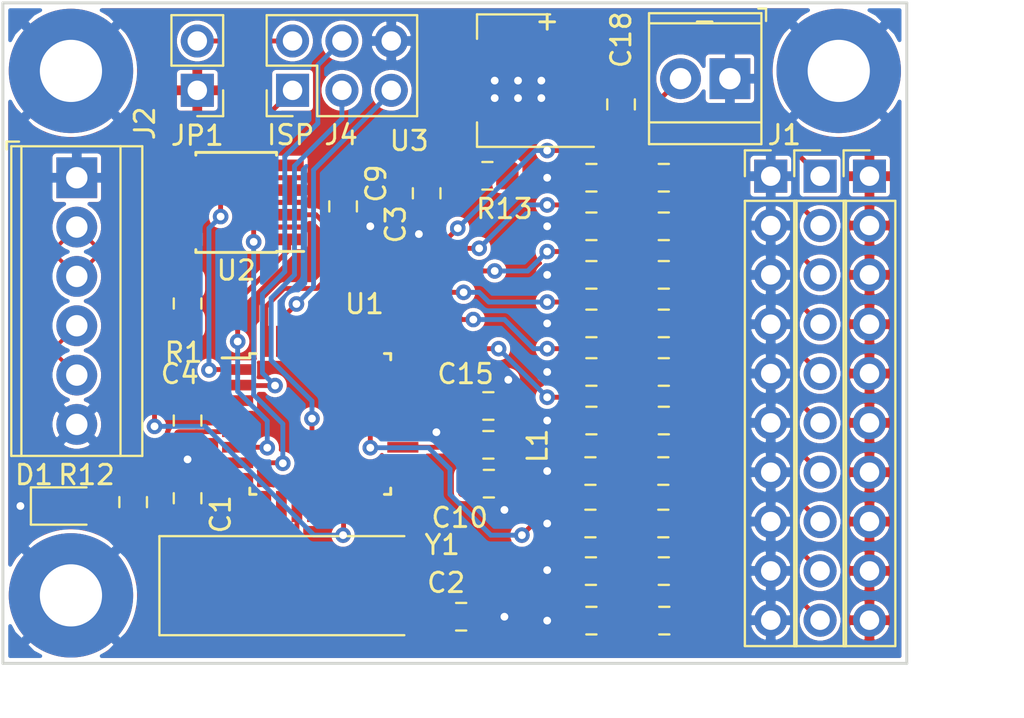
<source format=kicad_pcb>
(kicad_pcb (version 20171130) (host pcbnew 5.1.6+dfsg1-1)
  (layers (0 F.Cu signal) (31 B.Cu signal) (34 B.Paste user) (35 F.Paste user) (36 B.SilkS user) (37 F.SilkS user) (38 B.Mask user) (39 F.Mask user) (44 Edge.Cuts user))
  (net 0 "")
  (net 1 "Net-(C1-Pad1)")
  (net 2 GND)
  (net 3 "Net-(C2-Pad2)")
  (net 4 VCC)
  (net 5 /ADC8)
  (net 6 /ADC9)
  (net 7 /ADC10)
  (net 8 /ADC5)
  (net 9 VAA)
  (net 10 /PCINT15)
  (net 11 /PCINT5)
  (net 12 /PCINT6)
  (net 13 /PCINT16)
  (net 14 /AREF)
  (net 15 /PCINT8)
  (net 16 /PCINT17)
  (net 17 /CAN_N)
  (net 18 /CAN_P)
  (net 19 /ISP_MISO)
  (net 20 "Net-(J4-Pad2)")
  (net 21 /ISP_SCK)
  (net 22 /ISP_MOSI)
  (net 23 /~ISP_RESET)
  (net 24 /AIN0)
  (net 25 /AIN1)
  (net 26 /AIN2)
  (net 27 /AIN3)
  (net 28 /DIN0)
  (net 29 /DIN1)
  (net 30 /DIN2)
  (net 31 /DIN3)
  (net 32 /DIN4)
  (net 33 /DIN5)
  (net 34 /CAN_HISPEED)
  (net 35 "Net-(R1-Pad1)")
  (net 36 /CAN_TXD)
  (net 37 /CAN_RXD)
  (net 38 "Net-(D1-Pad2)")
  (net 39 "Net-(C18-Pad1)")
  (module Capacitor_SMD:C_0805_2012Metric_Pad1.15x1.40mm_HandSolder (layer F.Cu) (at 154.8 67.225 90)
    (fp_text reference C18 (at 3.325 0 90) (layer F.SilkS))
    (fp_text value 100n)
    (pad 2 smd roundrect (at 1.025 0 90) (size 1.15 1.4) (layers F.Cu F.Paste F.Mask) (roundrect_rratio 0.217391) (net 2 GND))
    (pad 1 smd roundrect (at -1.025 0 90) (size 1.15 1.4) (layers F.Cu F.Paste F.Mask) (roundrect_rratio 0.217391) (net 39 "Net-(C18-Pad1)"))
  )
  (module Capacitor_SMD:C_0805_2012Metric_Pad1.15x1.40mm_HandSolder (layer F.Cu) (at 144.8 71.8 270)
    (fp_text reference C3 (at 1.6 1.6 90) (layer F.SilkS))
    (fp_text value 10u)
    (pad 2 smd roundrect (at 1.025 0 270) (size 1.15 1.4) (layers F.Cu F.Paste F.Mask) (roundrect_rratio 0.217391) (net 2 GND))
    (pad 1 smd roundrect (at -1.025 0 270) (size 1.15 1.4) (layers F.Cu F.Paste F.Mask) (roundrect_rratio 0.217391) (net 4 VCC))
  )
  (module Package_TO_SOT_SMD:SOT-223-3_TabPin2 (layer F.Cu) (at 149.3 66 180)
    (fp_text reference U3 (at 5.4 -3.1) (layer F.SilkS))
    (fp_text value LM2937xMP)
    (pad 1 smd rect (at -3.15 -2.3 180) (size 2 1.5) (layers F.Cu F.Paste F.Mask) (net 39 "Net-(C18-Pad1)"))
    (pad 3 smd rect (at -3.15 2.3 180) (size 2 1.5) (layers F.Cu F.Paste F.Mask) (net 4 VCC))
    (pad 2 smd rect (at -3.15 0 180) (size 2 1.5) (layers F.Cu F.Paste F.Mask) (net 2 GND))
    (pad 2 smd rect (at 3.15 0 180) (size 2 3.8) (layers F.Cu F.Paste F.Mask) (net 2 GND))
  )
  (module Resistor_SMD:R_0805_2012Metric_Pad1.15x1.40mm_HandSolder (layer F.Cu) (at 147.925 70.9)
    (fp_text reference R13 (at 0.875 1.7) (layer F.SilkS))
    (fp_text value DNP/0)
    (pad 2 smd roundrect (at 1.025 0) (size 1.15 1.4) (layers F.Cu F.Paste F.Mask) (roundrect_rratio 0.217391) (net 39 "Net-(C18-Pad1)"))
    (pad 1 smd roundrect (at -1.025 0) (size 1.15 1.4) (layers F.Cu F.Paste F.Mask) (roundrect_rratio 0.217391) (net 4 VCC))
  )
  (module TerminalBlock_TE-Connectivity:TerminalBlock_TE_282834-6_1x06_P2.54mm_Horizontal (layer F.Cu) (at 126.8 71 270)
    (fp_text reference J2 (at -2.8 -3.5 90) (layer F.SilkS))
    (fp_text value CAN)
    (pad 6 thru_hole circle (at 12.7 0 270) (size 2.1 2.1) (drill 1.1) (layers *.Cu *.Mask) (net 2 GND))
    (pad 5 thru_hole circle (at 10.16 0 270) (size 2.1 2.1) (drill 1.1) (layers *.Cu *.Mask) (net 17 /CAN_N))
    (pad 4 thru_hole circle (at 7.62 0 270) (size 2.1 2.1) (drill 1.1) (layers *.Cu *.Mask) (net 18 /CAN_P))
    (pad 3 thru_hole circle (at 5.08 0 270) (size 2.1 2.1) (drill 1.1) (layers *.Cu *.Mask) (net 18 /CAN_P))
    (pad 2 thru_hole circle (at 2.54 0 270) (size 2.1 2.1) (drill 1.1) (layers *.Cu *.Mask) (net 17 /CAN_N))
    (pad 1 thru_hole rect (at 0 0 270) (size 2.1 2.1) (drill 1.1) (layers *.Cu *.Mask) (net 2 GND))
  )
  (module Capacitor_SMD:C_0805_2012Metric_Pad1.15x1.40mm_HandSolder (layer F.Cu) (at 132.5 87.5 90)
    (fp_text reference C1 (at -0.825 1.7 90) (layer F.SilkS))
    (fp_text value 22p)
    (pad 1 smd roundrect (at -1.025 0 90) (size 1.15 1.4) (layers F.Cu F.Paste F.Mask) (roundrect_rratio 0.217391) (net 1 "Net-(C1-Pad1)"))
    (pad 2 smd roundrect (at 1.025 0 90) (size 1.15 1.4) (layers F.Cu F.Paste F.Mask) (roundrect_rratio 0.217391) (net 2 GND))
  )
  (module Capacitor_SMD:C_0805_2012Metric_Pad1.15x1.40mm_HandSolder (layer F.Cu) (at 146.575 93.6 180)
    (fp_text reference C2 (at 0.775 1.75 180) (layer F.SilkS))
    (fp_text value 22p)
    (pad 1 smd roundrect (at -1.025 0 180) (size 1.15 1.4) (layers F.Cu F.Paste F.Mask) (roundrect_rratio 0.217391) (net 2 GND))
    (pad 2 smd roundrect (at 1.025 0 180) (size 1.15 1.4) (layers F.Cu F.Paste F.Mask) (roundrect_rratio 0.217391) (net 3 "Net-(C2-Pad2)"))
  )
  (module Capacitor_SMD:C_0805_2012Metric_Pad1.15x1.40mm_HandSolder (layer F.Cu) (at 132.5 83.5 270)
    (fp_text reference C4 (at -2.4 0.4) (layer F.SilkS))
    (fp_text value 100n)
    (pad 1 smd roundrect (at -1.025 0 270) (size 1.15 1.4) (layers F.Cu F.Paste F.Mask) (roundrect_rratio 0.217391) (net 4 VCC))
    (pad 2 smd roundrect (at 1.025 0 270) (size 1.15 1.4) (layers F.Cu F.Paste F.Mask) (roundrect_rratio 0.217391) (net 2 GND))
  )
  (module Capacitor_SMD:C_0805_2012Metric_Pad1.15x1.40mm_HandSolder (layer F.Cu) (at 153.225 86.1 180)
    (fp_text reference C5 hide)
    (fp_text value 10n)
    (pad 1 smd roundrect (at -1.025 0 180) (size 1.15 1.4) (layers F.Cu F.Paste F.Mask) (roundrect_rratio 0.217391) (net 7 /ADC10))
    (pad 2 smd roundrect (at 1.025 0 180) (size 1.15 1.4) (layers F.Cu F.Paste F.Mask) (roundrect_rratio 0.217391) (net 2 GND))
  )
  (module Capacitor_SMD:C_0805_2012Metric_Pad1.15x1.40mm_HandSolder (layer F.Cu) (at 153.225 88.8 180)
    (fp_text reference C6 hide)
    (fp_text value 10n)
    (pad 1 smd roundrect (at -1.025 0 180) (size 1.15 1.4) (layers F.Cu F.Paste F.Mask) (roundrect_rratio 0.217391) (net 6 /ADC9))
    (pad 2 smd roundrect (at 1.025 0 180) (size 1.15 1.4) (layers F.Cu F.Paste F.Mask) (roundrect_rratio 0.217391) (net 2 GND))
  )
  (module Capacitor_SMD:C_0805_2012Metric_Pad1.15x1.40mm_HandSolder (layer F.Cu) (at 153.25 91.25 180)
    (fp_text reference C7 hide)
    (fp_text value 10n)
    (pad 1 smd roundrect (at -1.025 0 180) (size 1.15 1.4) (layers F.Cu F.Paste F.Mask) (roundrect_rratio 0.217391) (net 5 /ADC8))
    (pad 2 smd roundrect (at 1.025 0 180) (size 1.15 1.4) (layers F.Cu F.Paste F.Mask) (roundrect_rratio 0.217391) (net 2 GND))
  )
  (module Capacitor_SMD:C_0805_2012Metric_Pad1.15x1.40mm_HandSolder (layer F.Cu) (at 153.275 93.8 180)
    (fp_text reference C8 hide)
    (fp_text value 10n)
    (pad 2 smd roundrect (at 1.025 0 180) (size 1.15 1.4) (layers F.Cu F.Paste F.Mask) (roundrect_rratio 0.217391) (net 2 GND))
    (pad 1 smd roundrect (at -1.025 0 180) (size 1.15 1.4) (layers F.Cu F.Paste F.Mask) (roundrect_rratio 0.217391) (net 8 /ADC5))
  )
  (module Capacitor_SMD:C_0805_2012Metric_Pad1.15x1.40mm_HandSolder (layer F.Cu) (at 140.5 72.475 270)
    (fp_text reference C9 (at -1.175 -1.7 90) (layer F.SilkS))
    (fp_text value 100n)
    (pad 2 smd roundrect (at 1.025 0 270) (size 1.15 1.4) (layers F.Cu F.Paste F.Mask) (roundrect_rratio 0.217391) (net 2 GND))
    (pad 1 smd roundrect (at -1.025 0 270) (size 1.15 1.4) (layers F.Cu F.Paste F.Mask) (roundrect_rratio 0.217391) (net 4 VCC))
  )
  (module Capacitor_SMD:C_0805_2012Metric_Pad1.15x1.40mm_HandSolder (layer F.Cu) (at 148 86.75)
    (fp_text reference C10 (at -1.5 1.75) (layer F.SilkS))
    (fp_text value 100n)
    (pad 1 smd roundrect (at -1.025 0) (size 1.15 1.4) (layers F.Cu F.Paste F.Mask) (roundrect_rratio 0.217391) (net 9 VAA))
    (pad 2 smd roundrect (at 1.025 0) (size 1.15 1.4) (layers F.Cu F.Paste F.Mask) (roundrect_rratio 0.217391) (net 2 GND))
  )
  (module Capacitor_SMD:C_0805_2012Metric_Pad1.15x1.40mm_HandSolder (layer F.Cu) (at 153.275 71 180)
    (fp_text reference C11 hide)
    (fp_text value 10n)
    (pad 2 smd roundrect (at 1.025 0 180) (size 1.15 1.4) (layers F.Cu F.Paste F.Mask) (roundrect_rratio 0.217391) (net 2 GND))
    (pad 1 smd roundrect (at -1.025 0 180) (size 1.15 1.4) (layers F.Cu F.Paste F.Mask) (roundrect_rratio 0.217391) (net 16 /PCINT17))
  )
  (module Capacitor_SMD:C_0805_2012Metric_Pad1.15x1.40mm_HandSolder (layer F.Cu) (at 153.275 73.5 180)
    (fp_text reference C12 hide)
    (fp_text value 10n)
    (pad 2 smd roundrect (at 1.025 0 180) (size 1.15 1.4) (layers F.Cu F.Paste F.Mask) (roundrect_rratio 0.217391) (net 2 GND))
    (pad 1 smd roundrect (at -1.025 0 180) (size 1.15 1.4) (layers F.Cu F.Paste F.Mask) (roundrect_rratio 0.217391) (net 15 /PCINT8))
  )
  (module Capacitor_SMD:C_0805_2012Metric_Pad1.15x1.40mm_HandSolder (layer F.Cu) (at 153.275 76 180)
    (fp_text reference C13 hide)
    (fp_text value 10n)
    (pad 2 smd roundrect (at 1.025 0 180) (size 1.15 1.4) (layers F.Cu F.Paste F.Mask) (roundrect_rratio 0.217391) (net 2 GND))
    (pad 1 smd roundrect (at -1.025 0 180) (size 1.15 1.4) (layers F.Cu F.Paste F.Mask) (roundrect_rratio 0.217391) (net 13 /PCINT16))
  )
  (module Capacitor_SMD:C_0805_2012Metric_Pad1.15x1.40mm_HandSolder (layer F.Cu) (at 153.275 78.5 180)
    (fp_text reference C14 hide)
    (fp_text value 10n)
    (pad 2 smd roundrect (at 1.025 0 180) (size 1.15 1.4) (layers F.Cu F.Paste F.Mask) (roundrect_rratio 0.217391) (net 2 GND))
    (pad 1 smd roundrect (at -1.025 0 180) (size 1.15 1.4) (layers F.Cu F.Paste F.Mask) (roundrect_rratio 0.217391) (net 12 /PCINT6))
  )
  (module Capacitor_SMD:C_0805_2012Metric_Pad1.15x1.40mm_HandSolder (layer F.Cu) (at 147.975 82.75)
    (fp_text reference C15 (at -1.175 -1.65) (layer F.SilkS))
    (fp_text value 100n/0R)
    (pad 1 smd roundrect (at -1.025 0) (size 1.15 1.4) (layers F.Cu F.Paste F.Mask) (roundrect_rratio 0.217391) (net 14 /AREF))
    (pad 2 smd roundrect (at 1.025 0) (size 1.15 1.4) (layers F.Cu F.Paste F.Mask) (roundrect_rratio 0.217391) (net 2 GND))
  )
  (module Capacitor_SMD:C_0805_2012Metric_Pad1.15x1.40mm_HandSolder (layer F.Cu) (at 153.275 81 180)
    (fp_text reference C16 hide)
    (fp_text value 10n)
    (pad 2 smd roundrect (at 1.025 0 180) (size 1.15 1.4) (layers F.Cu F.Paste F.Mask) (roundrect_rratio 0.217391) (net 2 GND))
    (pad 1 smd roundrect (at -1.025 0 180) (size 1.15 1.4) (layers F.Cu F.Paste F.Mask) (roundrect_rratio 0.217391) (net 11 /PCINT5))
  )
  (module Capacitor_SMD:C_0805_2012Metric_Pad1.15x1.40mm_HandSolder (layer F.Cu) (at 153.275 83.5 180)
    (fp_text reference C17 hide)
    (fp_text value 10n)
    (pad 2 smd roundrect (at 1.025 0 180) (size 1.15 1.4) (layers F.Cu F.Paste F.Mask) (roundrect_rratio 0.217391) (net 2 GND))
    (pad 1 smd roundrect (at -1.025 0 180) (size 1.15 1.4) (layers F.Cu F.Paste F.Mask) (roundrect_rratio 0.217391) (net 10 /PCINT15))
  )
  (module TerminalBlock_TE-Connectivity:TerminalBlock_TE_282834-2_1x02_P2.54mm_Horizontal (layer F.Cu) (at 160.4 65.9 180)
    (fp_text reference J1 (at -2.8 -2.9 180) (layer F.SilkS))
    (fp_text value 12V)
    (pad 1 thru_hole rect (at 0 0 180) (size 2.1 2.1) (drill 1.1) (layers *.Cu *.Mask) (net 2 GND))
    (pad 2 thru_hole circle (at 2.54 0 180) (size 2.1 2.1) (drill 1.1) (layers *.Cu *.Mask) (net 39 "Net-(C18-Pad1)"))
  )
  (module Connector_PinHeader_2.54mm:PinHeader_2x03_P2.54mm_Vertical (layer F.Cu) (at 137.9 66.5 90)
    (fp_text reference J4 (at -2.3 2.5 180) (layer F.SilkS))
    (fp_text value AVR-ISP-6)
    (pad 1 thru_hole rect (at 0 0 90) (size 1.7 1.7) (drill 1) (layers *.Cu *.Mask) (net 19 /ISP_MISO))
    (pad 2 thru_hole oval (at 2.54 0 90) (size 1.7 1.7) (drill 1) (layers *.Cu *.Mask) (net 20 "Net-(J4-Pad2)"))
    (pad 3 thru_hole oval (at 0 2.54 90) (size 1.7 1.7) (drill 1) (layers *.Cu *.Mask) (net 21 /ISP_SCK))
    (pad 4 thru_hole oval (at 2.54 2.54 90) (size 1.7 1.7) (drill 1) (layers *.Cu *.Mask) (net 22 /ISP_MOSI))
    (pad 5 thru_hole oval (at 0 5.08 90) (size 1.7 1.7) (drill 1) (layers *.Cu *.Mask) (net 23 /~ISP_RESET))
    (pad 6 thru_hole oval (at 2.54 5.08 90) (size 1.7 1.7) (drill 1) (layers *.Cu *.Mask) (net 2 GND))
  )
  (module Connector_PinHeader_2.54mm:PinHeader_1x02_P2.54mm_Vertical (layer F.Cu) (at 133 66.5 180)
    (fp_text reference JP1 (at 0 -2.33 180) (layer F.SilkS))
    (fp_text value "ISP POWER")
    (pad 1 thru_hole rect (at 0 0 180) (size 1.7 1.7) (drill 1) (layers *.Cu *.Mask) (net 4 VCC))
    (pad 2 thru_hole oval (at 0 2.54 180) (size 1.7 1.7) (drill 1) (layers *.Cu *.Mask) (net 20 "Net-(J4-Pad2)"))
  )
  (module Inductor_SMD:L_0805_2012Metric_Pad1.15x1.40mm_HandSolder (layer F.Cu) (at 147.975 84.75 180)
    (fp_text reference L1 (at -2.525 -0.05 270) (layer F.SilkS))
    (fp_text value 10u)
    (pad 1 smd roundrect (at -1.025 0 180) (size 1.15 1.4) (layers F.Cu F.Paste F.Mask) (roundrect_rratio 0.217391) (net 4 VCC))
    (pad 2 smd roundrect (at 1.025 0 180) (size 1.15 1.4) (layers F.Cu F.Paste F.Mask) (roundrect_rratio 0.217391) (net 9 VAA))
  )
  (module Resistor_SMD:R_0805_2012Metric_Pad1.15x1.40mm_HandSolder (layer F.Cu) (at 132.5 77.475 270)
    (fp_text reference R1 (at 2.525 0.2) (layer F.SilkS))
    (fp_text value 0)
    (pad 2 smd roundrect (at 1.025 0 270) (size 1.15 1.4) (layers F.Cu F.Paste F.Mask) (roundrect_rratio 0.217391) (net 34 /CAN_HISPEED))
    (pad 1 smd roundrect (at -1.025 0 270) (size 1.15 1.4) (layers F.Cu F.Paste F.Mask) (roundrect_rratio 0.217391) (net 35 "Net-(R1-Pad1)"))
  )
  (module Resistor_SMD:R_0805_2012Metric_Pad1.15x1.40mm_HandSolder (layer F.Cu) (at 156.975 86.1 180)
    (fp_text reference R2 hide)
    (fp_text value 0)
    (pad 2 smd roundrect (at 1.025 0 180) (size 1.15 1.4) (layers F.Cu F.Paste F.Mask) (roundrect_rratio 0.217391) (net 7 /ADC10))
    (pad 1 smd roundrect (at -1.025 0 180) (size 1.15 1.4) (layers F.Cu F.Paste F.Mask) (roundrect_rratio 0.217391) (net 24 /AIN0))
  )
  (module Resistor_SMD:R_0805_2012Metric_Pad1.15x1.40mm_HandSolder (layer F.Cu) (at 156.975 88.8 180)
    (fp_text reference R3 hide)
    (fp_text value 0)
    (pad 2 smd roundrect (at 1.025 0 180) (size 1.15 1.4) (layers F.Cu F.Paste F.Mask) (roundrect_rratio 0.217391) (net 6 /ADC9))
    (pad 1 smd roundrect (at -1.025 0 180) (size 1.15 1.4) (layers F.Cu F.Paste F.Mask) (roundrect_rratio 0.217391) (net 25 /AIN1))
  )
  (module Resistor_SMD:R_0805_2012Metric_Pad1.15x1.40mm_HandSolder (layer F.Cu) (at 157 91.25 180)
    (fp_text reference R4 hide)
    (fp_text value 0)
    (pad 1 smd roundrect (at -1.025 0 180) (size 1.15 1.4) (layers F.Cu F.Paste F.Mask) (roundrect_rratio 0.217391) (net 26 /AIN2))
    (pad 2 smd roundrect (at 1.025 0 180) (size 1.15 1.4) (layers F.Cu F.Paste F.Mask) (roundrect_rratio 0.217391) (net 5 /ADC8))
  )
  (module Resistor_SMD:R_0805_2012Metric_Pad1.15x1.40mm_HandSolder (layer F.Cu) (at 157.025 93.8 180)
    (fp_text reference R5 hide)
    (fp_text value 0)
    (pad 1 smd roundrect (at -1.025 0 180) (size 1.15 1.4) (layers F.Cu F.Paste F.Mask) (roundrect_rratio 0.217391) (net 27 /AIN3))
    (pad 2 smd roundrect (at 1.025 0 180) (size 1.15 1.4) (layers F.Cu F.Paste F.Mask) (roundrect_rratio 0.217391) (net 8 /ADC5))
  )
  (module Resistor_SMD:R_0805_2012Metric_Pad1.15x1.40mm_HandSolder (layer F.Cu) (at 157 71 180)
    (fp_text reference R6 hide)
    (fp_text value 0)
    (pad 1 smd roundrect (at -1.025 0 180) (size 1.15 1.4) (layers F.Cu F.Paste F.Mask) (roundrect_rratio 0.217391) (net 28 /DIN0))
    (pad 2 smd roundrect (at 1.025 0 180) (size 1.15 1.4) (layers F.Cu F.Paste F.Mask) (roundrect_rratio 0.217391) (net 16 /PCINT17))
  )
  (module Resistor_SMD:R_0805_2012Metric_Pad1.15x1.40mm_HandSolder (layer F.Cu) (at 157 73.5 180)
    (fp_text reference R7 hide)
    (fp_text value 0)
    (pad 1 smd roundrect (at -1.025 0 180) (size 1.15 1.4) (layers F.Cu F.Paste F.Mask) (roundrect_rratio 0.217391) (net 29 /DIN1))
    (pad 2 smd roundrect (at 1.025 0 180) (size 1.15 1.4) (layers F.Cu F.Paste F.Mask) (roundrect_rratio 0.217391) (net 15 /PCINT8))
  )
  (module Resistor_SMD:R_0805_2012Metric_Pad1.15x1.40mm_HandSolder (layer F.Cu) (at 157 76 180)
    (fp_text reference R8 hide)
    (fp_text value 0)
    (pad 1 smd roundrect (at -1.025 0 180) (size 1.15 1.4) (layers F.Cu F.Paste F.Mask) (roundrect_rratio 0.217391) (net 30 /DIN2))
    (pad 2 smd roundrect (at 1.025 0 180) (size 1.15 1.4) (layers F.Cu F.Paste F.Mask) (roundrect_rratio 0.217391) (net 13 /PCINT16))
  )
  (module Resistor_SMD:R_0805_2012Metric_Pad1.15x1.40mm_HandSolder (layer F.Cu) (at 157 78.5 180)
    (fp_text reference R9 hide)
    (fp_text value 0)
    (pad 2 smd roundrect (at 1.025 0 180) (size 1.15 1.4) (layers F.Cu F.Paste F.Mask) (roundrect_rratio 0.217391) (net 12 /PCINT6))
    (pad 1 smd roundrect (at -1.025 0 180) (size 1.15 1.4) (layers F.Cu F.Paste F.Mask) (roundrect_rratio 0.217391) (net 31 /DIN3))
  )
  (module Resistor_SMD:R_0805_2012Metric_Pad1.15x1.40mm_HandSolder (layer F.Cu) (at 157 81 180)
    (fp_text reference R10 hide)
    (fp_text value 0)
    (pad 2 smd roundrect (at 1.025 0 180) (size 1.15 1.4) (layers F.Cu F.Paste F.Mask) (roundrect_rratio 0.217391) (net 11 /PCINT5))
    (pad 1 smd roundrect (at -1.025 0 180) (size 1.15 1.4) (layers F.Cu F.Paste F.Mask) (roundrect_rratio 0.217391) (net 32 /DIN4))
  )
  (module Resistor_SMD:R_0805_2012Metric_Pad1.15x1.40mm_HandSolder (layer F.Cu) (at 157 83.5 180)
    (fp_text reference R11 hide)
    (fp_text value 0)
    (pad 1 smd roundrect (at -1.025 0 180) (size 1.15 1.4) (layers F.Cu F.Paste F.Mask) (roundrect_rratio 0.217391) (net 33 /DIN5))
    (pad 2 smd roundrect (at 1.025 0 180) (size 1.15 1.4) (layers F.Cu F.Paste F.Mask) (roundrect_rratio 0.217391) (net 10 /PCINT15))
  )
  (module Package_QFP:TQFP-32_7x7mm_P0.8mm (layer F.Cu) (at 139.325001 83.675001)
    (fp_text reference U1 (at 2.274999 -6.175001) (layer F.SilkS))
    (fp_text value ATmega32M1-AU)
    (pad 1 smd rect (at -4.25 -2.8) (size 1.6 0.55) (layers F.Cu F.Paste F.Mask) (net 19 /ISP_MISO))
    (pad 2 smd rect (at -4.25 -2) (size 1.6 0.55) (layers F.Cu F.Paste F.Mask) (net 22 /ISP_MOSI))
    (pad 3 smd rect (at -4.25 -1.2) (size 1.6 0.55) (layers F.Cu F.Paste F.Mask))
    (pad 4 smd rect (at -4.25 -0.4) (size 1.6 0.55) (layers F.Cu F.Paste F.Mask) (net 4 VCC))
    (pad 5 smd rect (at -4.25 0.4) (size 1.6 0.55) (layers F.Cu F.Paste F.Mask) (net 2 GND))
    (pad 6 smd rect (at -4.25 1.2) (size 1.6 0.55) (layers F.Cu F.Paste F.Mask) (net 36 /CAN_TXD))
    (pad 7 smd rect (at -4.25 2) (size 1.6 0.55) (layers F.Cu F.Paste F.Mask) (net 37 /CAN_RXD))
    (pad 8 smd rect (at -4.25 2.8) (size 1.6 0.55) (layers F.Cu F.Paste F.Mask))
    (pad 9 smd rect (at -2.8 4.25 90) (size 1.6 0.55) (layers F.Cu F.Paste F.Mask))
    (pad 10 smd rect (at -2 4.25 90) (size 1.6 0.55) (layers F.Cu F.Paste F.Mask) (net 1 "Net-(C1-Pad1)"))
    (pad 11 smd rect (at -1.2 4.25 90) (size 1.6 0.55) (layers F.Cu F.Paste F.Mask) (net 3 "Net-(C2-Pad2)"))
    (pad 12 smd rect (at -0.4 4.25 90) (size 1.6 0.55) (layers F.Cu F.Paste F.Mask) (net 21 /ISP_SCK))
    (pad 13 smd rect (at 0.4 4.25 90) (size 1.6 0.55) (layers F.Cu F.Paste F.Mask))
    (pad 14 smd rect (at 1.2 4.25 90) (size 1.6 0.55) (layers F.Cu F.Paste F.Mask) (net 34 /CAN_HISPEED))
    (pad 15 smd rect (at 2 4.25 90) (size 1.6 0.55) (layers F.Cu F.Paste F.Mask))
    (pad 16 smd rect (at 2.8 4.25 90) (size 1.6 0.55) (layers F.Cu F.Paste F.Mask) (net 8 /ADC5))
    (pad 17 smd rect (at 4.25 2.8) (size 1.6 0.55) (layers F.Cu F.Paste F.Mask) (net 5 /ADC8))
    (pad 18 smd rect (at 4.25 2) (size 1.6 0.55) (layers F.Cu F.Paste F.Mask) (net 6 /ADC9))
    (pad 19 smd rect (at 4.25 1.2) (size 1.6 0.55) (layers F.Cu F.Paste F.Mask) (net 9 VAA))
    (pad 20 smd rect (at 4.25 0.4) (size 1.6 0.55) (layers F.Cu F.Paste F.Mask) (net 2 GND))
    (pad 21 smd rect (at 4.25 -0.4) (size 1.6 0.55) (layers F.Cu F.Paste F.Mask) (net 14 /AREF))
    (pad 22 smd rect (at 4.25 -1.2) (size 1.6 0.55) (layers F.Cu F.Paste F.Mask) (net 7 /ADC10))
    (pad 23 smd rect (at 4.25 -2) (size 1.6 0.55) (layers F.Cu F.Paste F.Mask))
    (pad 24 smd rect (at 4.25 -2.8) (size 1.6 0.55) (layers F.Cu F.Paste F.Mask))
    (pad 25 smd rect (at 2.8 -4.25 90) (size 1.6 0.55) (layers F.Cu F.Paste F.Mask) (net 10 /PCINT15))
    (pad 26 smd rect (at 2 -4.25 90) (size 1.6 0.55) (layers F.Cu F.Paste F.Mask) (net 11 /PCINT5))
    (pad 27 smd rect (at 1.2 -4.25 90) (size 1.6 0.55) (layers F.Cu F.Paste F.Mask) (net 12 /PCINT6))
    (pad 28 smd rect (at 0.4 -4.25 90) (size 1.6 0.55) (layers F.Cu F.Paste F.Mask))
    (pad 29 smd rect (at -0.4 -4.25 90) (size 1.6 0.55) (layers F.Cu F.Paste F.Mask) (net 13 /PCINT16))
    (pad 30 smd rect (at -1.2 -4.25 90) (size 1.6 0.55) (layers F.Cu F.Paste F.Mask) (net 15 /PCINT8))
    (pad 31 smd rect (at -2 -4.25 90) (size 1.6 0.55) (layers F.Cu F.Paste F.Mask) (net 23 /~ISP_RESET))
    (pad 32 smd rect (at -2.8 -4.25 90) (size 1.6 0.55) (layers F.Cu F.Paste F.Mask) (net 16 /PCINT17))
  )
  (module Package_SO:SOIC-8_3.9x4.9mm_P1.27mm (layer F.Cu) (at 135 72.27 180)
    (fp_text reference U2 (at 0 -3.5 180) (layer F.SilkS))
    (fp_text value MCP2551-I-SN)
    (pad 1 smd rect (at -2.7 -1.905 180) (size 1.55 0.6) (layers F.Cu F.Paste F.Mask) (net 36 /CAN_TXD))
    (pad 2 smd rect (at -2.7 -0.635 180) (size 1.55 0.6) (layers F.Cu F.Paste F.Mask) (net 2 GND))
    (pad 3 smd rect (at -2.7 0.635 180) (size 1.55 0.6) (layers F.Cu F.Paste F.Mask) (net 4 VCC))
    (pad 4 smd rect (at -2.7 1.905 180) (size 1.55 0.6) (layers F.Cu F.Paste F.Mask) (net 37 /CAN_RXD))
    (pad 5 smd rect (at 2.7 1.905 180) (size 1.55 0.6) (layers F.Cu F.Paste F.Mask))
    (pad 6 smd rect (at 2.7 0.635 180) (size 1.55 0.6) (layers F.Cu F.Paste F.Mask) (net 17 /CAN_N))
    (pad 7 smd rect (at 2.7 -0.635 180) (size 1.55 0.6) (layers F.Cu F.Paste F.Mask) (net 18 /CAN_P))
    (pad 8 smd rect (at 2.7 -1.905 180) (size 1.55 0.6) (layers F.Cu F.Paste F.Mask) (net 35 "Net-(R1-Pad1)"))
  )
  (module Crystal:Crystal_SMD_HC49-SD (layer F.Cu) (at 137.75 92)
    (fp_text reference Y1 (at 7.85 -2.1) (layer F.SilkS))
    (fp_text value 16MHz)
    (pad 1 smd rect (at -4.25 0) (size 4.5 2) (layers F.Cu F.Paste F.Mask) (net 1 "Net-(C1-Pad1)"))
    (pad 2 smd rect (at 4.25 0) (size 4.5 2) (layers F.Cu F.Paste F.Mask) (net 3 "Net-(C2-Pad2)"))
  )
  (module Connector_PinHeader_2.54mm:PinHeader_1x10_P2.54mm_Vertical (layer F.Cu) (at 167.58 70.92)
    (fp_text reference J6 hide)
    (fp_text value "SENSOR VCC")
    (pad 1 thru_hole rect (at 0 0) (size 1.7 1.7) (drill 1) (layers *.Cu *.Mask) (net 4 VCC))
    (pad 2 thru_hole oval (at 0 2.54) (size 1.7 1.7) (drill 1) (layers *.Cu *.Mask) (net 4 VCC))
    (pad 3 thru_hole oval (at 0 5.08) (size 1.7 1.7) (drill 1) (layers *.Cu *.Mask) (net 4 VCC))
    (pad 4 thru_hole oval (at 0 7.62) (size 1.7 1.7) (drill 1) (layers *.Cu *.Mask) (net 4 VCC))
    (pad 5 thru_hole oval (at 0 10.16) (size 1.7 1.7) (drill 1) (layers *.Cu *.Mask) (net 4 VCC))
    (pad 6 thru_hole oval (at 0 12.7) (size 1.7 1.7) (drill 1) (layers *.Cu *.Mask) (net 4 VCC))
    (pad 7 thru_hole oval (at 0 15.24) (size 1.7 1.7) (drill 1) (layers *.Cu *.Mask) (net 4 VCC))
    (pad 8 thru_hole oval (at 0 17.78) (size 1.7 1.7) (drill 1) (layers *.Cu *.Mask) (net 4 VCC))
    (pad 9 thru_hole oval (at 0 20.32) (size 1.7 1.7) (drill 1) (layers *.Cu *.Mask) (net 4 VCC))
    (pad 10 thru_hole oval (at 0 22.86) (size 1.7 1.7) (drill 1) (layers *.Cu *.Mask) (net 4 VCC))
  )
  (module Connector_PinHeader_2.54mm:PinHeader_1x10_P2.54mm_Vertical (layer F.Cu) (at 165.04 70.92)
    (fp_text reference J5 hide)
    (fp_text value "SENSOR IN")
    (pad 10 thru_hole oval (at 0 22.86) (size 1.7 1.7) (drill 1) (layers *.Cu *.Mask) (net 27 /AIN3))
    (pad 9 thru_hole oval (at 0 20.32) (size 1.7 1.7) (drill 1) (layers *.Cu *.Mask) (net 26 /AIN2))
    (pad 8 thru_hole oval (at 0 17.78) (size 1.7 1.7) (drill 1) (layers *.Cu *.Mask) (net 25 /AIN1))
    (pad 7 thru_hole oval (at 0 15.24) (size 1.7 1.7) (drill 1) (layers *.Cu *.Mask) (net 24 /AIN0))
    (pad 6 thru_hole oval (at 0 12.7) (size 1.7 1.7) (drill 1) (layers *.Cu *.Mask) (net 33 /DIN5))
    (pad 5 thru_hole oval (at 0 10.16) (size 1.7 1.7) (drill 1) (layers *.Cu *.Mask) (net 32 /DIN4))
    (pad 4 thru_hole oval (at 0 7.62) (size 1.7 1.7) (drill 1) (layers *.Cu *.Mask) (net 31 /DIN3))
    (pad 3 thru_hole oval (at 0 5.08) (size 1.7 1.7) (drill 1) (layers *.Cu *.Mask) (net 30 /DIN2))
    (pad 2 thru_hole oval (at 0 2.54) (size 1.7 1.7) (drill 1) (layers *.Cu *.Mask) (net 29 /DIN1))
    (pad 1 thru_hole rect (at 0 0) (size 1.7 1.7) (drill 1) (layers *.Cu *.Mask) (net 28 /DIN0))
  )
  (module Connector_PinHeader_2.54mm:PinHeader_1x10_P2.54mm_Vertical (layer F.Cu) (at 162.5 70.92)
    (fp_text reference J7 hide)
    (fp_text value "SENSOR GND")
    (pad 1 thru_hole rect (at 0 0) (size 1.7 1.7) (drill 1) (layers *.Cu *.Mask) (net 2 GND))
    (pad 2 thru_hole oval (at 0 2.54) (size 1.7 1.7) (drill 1) (layers *.Cu *.Mask) (net 2 GND))
    (pad 3 thru_hole oval (at 0 5.08) (size 1.7 1.7) (drill 1) (layers *.Cu *.Mask) (net 2 GND))
    (pad 4 thru_hole oval (at 0 7.62) (size 1.7 1.7) (drill 1) (layers *.Cu *.Mask) (net 2 GND))
    (pad 5 thru_hole oval (at 0 10.16) (size 1.7 1.7) (drill 1) (layers *.Cu *.Mask) (net 2 GND))
    (pad 6 thru_hole oval (at 0 12.7) (size 1.7 1.7) (drill 1) (layers *.Cu *.Mask) (net 2 GND))
    (pad 7 thru_hole oval (at 0 15.24) (size 1.7 1.7) (drill 1) (layers *.Cu *.Mask) (net 2 GND))
    (pad 8 thru_hole oval (at 0 17.78) (size 1.7 1.7) (drill 1) (layers *.Cu *.Mask) (net 2 GND))
    (pad 9 thru_hole oval (at 0 20.32) (size 1.7 1.7) (drill 1) (layers *.Cu *.Mask) (net 2 GND))
    (pad 10 thru_hole oval (at 0 22.86) (size 1.7 1.7) (drill 1) (layers *.Cu *.Mask) (net 2 GND))
  )
  (module MountingHole:MountingHole_3.2mm_M3_Pad (layer F.Cu) (at 126.5 65.5)
    (fp_text reference H1 hide)
    (fp_text value NW)
    (pad 1 thru_hole circle (at 0 0) (size 6.4 6.4) (drill 3.2) (layers *.Cu *.Mask) (net 2 GND))
  )
  (module MountingHole:MountingHole_3.2mm_M3_Pad (layer F.Cu) (at 166 65.5)
    (fp_text reference H2 hide)
    (fp_text value NE)
    (pad 1 thru_hole circle (at 0 0) (size 6.4 6.4) (drill 3.2) (layers *.Cu *.Mask) (net 2 GND))
  )
  (module LED_SMD:LED_0805_2012Metric_Pad1.15x1.40mm_HandSolder (layer F.Cu) (at 126.3 87.9)
    (fp_text reference D1 (at -1.7 -1.6) (layer F.SilkS))
    (fp_text value POWER)
    (pad 1 smd roundrect (at -1.025 0) (size 1.15 1.4) (layers F.Cu F.Paste F.Mask) (roundrect_rratio 0.217391) (net 2 GND))
    (pad 2 smd roundrect (at 1.025 0) (size 1.15 1.4) (layers F.Cu F.Paste F.Mask) (roundrect_rratio 0.217391) (net 38 "Net-(D1-Pad2)"))
  )
  (module Resistor_SMD:R_0805_2012Metric_Pad1.15x1.40mm_HandSolder (layer F.Cu) (at 129.7 87.7 90)
    (fp_text reference R12 (at 1.4 -2.4) (layer F.SilkS))
    (fp_text value 470)
    (pad 1 smd roundrect (at -1.025 0 90) (size 1.15 1.4) (layers F.Cu F.Paste F.Mask) (roundrect_rratio 0.217391) (net 38 "Net-(D1-Pad2)"))
    (pad 2 smd roundrect (at 1.025 0 90) (size 1.15 1.4) (layers F.Cu F.Paste F.Mask) (roundrect_rratio 0.217391) (net 4 VCC))
  )
  (module MountingHole:MountingHole_3.2mm_M3_Pad (layer F.Cu) (at 126.5 92.5)
    (fp_text reference H3 hide)
    (fp_text value SW)
    (pad 1 thru_hole circle (at 0 0) (size 6.4 6.4) (drill 3.2) (layers *.Cu *.Mask) (net 2 GND))
  )
  (gr_text ISP (at 137.8 68.8) (layer F.SilkS) (effects (font (size 1 1))))
  (gr_text + (at 151 62.9) (layer F.SilkS) (effects (font (size 1 1))))
  (gr_text - (at 159.1 62.9) (layer F.SilkS) (effects (font (size 1 1))))
  (gr_line (start 123 62) (end 169.5 62) (layer Edge.Cuts) (width 0.15))
  (gr_line (start 123 96) (end 123 62) (layer Edge.Cuts) (width 0.15))
  (gr_line (start 169.5 96) (end 123 96) (layer Edge.Cuts) (width 0.15))
  (gr_line (start 169.5 62) (end 169.5 96) (layer Edge.Cuts) (width 0.15))
  (segment (start 137.325001 88.975001) (end 137.325001 87.925001) (width 0.25) (layer F.Cu) (net 1))
  (segment (start 137.325001 90.674999) (end 137.325001 88.975001) (width 0.25) (layer F.Cu) (net 1))
  (segment (start 136 92) (end 137.325001 90.674999) (width 0.25) (layer F.Cu) (net 1))
  (segment (start 133.5 92) (end 136 92) (width 0.25) (layer F.Cu) (net 1))
  (segment (start 132.5 91) (end 133.5 92) (width 0.25) (layer F.Cu) (net 1))
  (segment (start 132.5 88.525) (end 132.5 91) (width 0.25) (layer F.Cu) (net 1))
  (via (at 151 71) (size 0.8) (drill 0.4) (layers F.Cu B.Cu) (net 2))
  (segment (start 152.25 71) (end 151 71) (width 0.25) (layer F.Cu) (net 2))
  (via (at 151 76) (size 0.8) (drill 0.4) (layers F.Cu B.Cu) (net 2))
  (segment (start 152.25 76) (end 151 76) (width 0.25) (layer F.Cu) (net 2))
  (via (at 151 78.5) (size 0.8) (drill 0.4) (layers F.Cu B.Cu) (net 2))
  (segment (start 152.25 78.5) (end 151 78.5) (width 0.25) (layer F.Cu) (net 2))
  (via (at 151 81) (size 0.8) (drill 0.4) (layers F.Cu B.Cu) (net 2))
  (segment (start 152.25 81) (end 151 81) (width 0.25) (layer F.Cu) (net 2))
  (via (at 151 83.5) (size 0.8) (drill 0.4) (layers F.Cu B.Cu) (net 2))
  (segment (start 152.25 83.5) (end 151 83.5) (width 0.25) (layer F.Cu) (net 2))
  (via (at 151 86.1) (size 0.8) (drill 0.4) (layers F.Cu B.Cu) (net 2))
  (segment (start 152.2 86.1) (end 151 86.1) (width 0.25) (layer F.Cu) (net 2))
  (via (at 151 88.8) (size 0.8) (drill 0.4) (layers F.Cu B.Cu) (net 2))
  (segment (start 152.2 88.8) (end 151 88.8) (width 0.25) (layer F.Cu) (net 2))
  (segment (start 152.225 91.25) (end 151.05 91.25) (width 0.25) (layer F.Cu) (net 2))
  (via (at 151 91.2) (size 0.8) (drill 0.4) (layers F.Cu B.Cu) (net 2))
  (segment (start 151.05 91.25) (end 151 91.2) (width 0.25) (layer F.Cu) (net 2))
  (via (at 151 93.8) (size 0.8) (drill 0.4) (layers F.Cu B.Cu) (net 2))
  (segment (start 152.25 93.8) (end 151 93.8) (width 0.25) (layer F.Cu) (net 2))
  (segment (start 128.45 93.75) (end 128.4 93.8) (width 0.25) (layer F.Cu) (net 2))
  (segment (start 132.949999 84.075001) (end 132.5 84.525) (width 0.25) (layer F.Cu) (net 2))
  (segment (start 135.075001 84.075001) (end 132.949999 84.075001) (width 0.25) (layer F.Cu) (net 2))
  (via (at 141.9 73.5) (size 0.8) (drill 0.4) (layers F.Cu B.Cu) (net 2))
  (segment (start 140.5 73.5) (end 141.9 73.5) (width 0.25) (layer F.Cu) (net 2))
  (via (at 149 81.4) (size 0.8) (drill 0.4) (layers F.Cu B.Cu) (net 2))
  (segment (start 149 82.75) (end 149 81.4) (width 0.25) (layer F.Cu) (net 2))
  (segment (start 143.575001 84.075001) (end 145.275001 84.075001) (width 0.25) (layer F.Cu) (net 2))
  (via (at 145.3 84.1) (size 0.8) (drill 0.4) (layers F.Cu B.Cu) (net 2))
  (segment (start 145.275001 84.075001) (end 145.3 84.1) (width 0.25) (layer F.Cu) (net 2))
  (segment (start 139.105 72.905) (end 139 72.905) (width 0.25) (layer F.Cu) (net 2))
  (segment (start 139.7 73.5) (end 139.105 72.905) (width 0.25) (layer F.Cu) (net 2))
  (segment (start 140.5 73.5) (end 139.7 73.5) (width 0.25) (layer F.Cu) (net 2))
  (segment (start 137.7 72.905) (end 139 72.905) (width 0.25) (layer F.Cu) (net 2))
  (via (at 151 73.5) (size 0.8) (drill 0.4) (layers F.Cu B.Cu) (net 2))
  (segment (start 152.25 73.5) (end 151 73.5) (width 0.25) (layer F.Cu) (net 2))
  (via (at 148.8 88.1) (size 0.8) (drill 0.4) (layers F.Cu B.Cu) (net 2))
  (segment (start 148.8 86.975) (end 149.025 86.75) (width 0.25) (layer F.Cu) (net 2))
  (segment (start 148.8 88.1) (end 148.8 86.975) (width 0.25) (layer F.Cu) (net 2))
  (via (at 148.8 93.6) (size 0.8) (drill 0.4) (layers F.Cu B.Cu) (net 2))
  (segment (start 147.6 93.6) (end 148.8 93.6) (width 0.25) (layer F.Cu) (net 2))
  (segment (start 152.65 66.2) (end 152.45 66) (width 0.25) (layer F.Cu) (net 2))
  (segment (start 154.8 66.2) (end 152.65 66.2) (width 0.25) (layer F.Cu) (net 2))
  (via (at 144.4 73.9) (size 0.8) (drill 0.4) (layers F.Cu B.Cu) (net 2))
  (segment (start 144.4 73.225) (end 144.4 73.9) (width 0.25) (layer F.Cu) (net 2))
  (segment (start 144.8 72.825) (end 144.4 73.225) (width 0.25) (layer F.Cu) (net 2))
  (via (at 150.7 66) (size 0.8) (drill 0.4) (layers F.Cu B.Cu) (net 2))
  (segment (start 152.45 66) (end 150.7 66) (width 0.25) (layer F.Cu) (net 2))
  (via (at 149.5 66) (size 0.8) (drill 0.4) (layers F.Cu B.Cu) (net 2))
  (segment (start 150.7 66) (end 149.5 66) (width 0.25) (layer F.Cu) (net 2))
  (via (at 148.3 66) (size 0.8) (drill 0.4) (layers F.Cu B.Cu) (net 2))
  (segment (start 149.5 66) (end 148.3 66) (width 0.25) (layer F.Cu) (net 2))
  (segment (start 148.3 66) (end 146.15 66) (width 0.25) (layer F.Cu) (net 2))
  (via (at 150.7 66.9) (size 0.8) (drill 0.4) (layers F.Cu B.Cu) (net 2))
  (segment (start 150.7 66) (end 150.7 66.9) (width 0.25) (layer F.Cu) (net 2))
  (via (at 149.5 66.9) (size 0.8) (drill 0.4) (layers F.Cu B.Cu) (net 2))
  (segment (start 149.5 66) (end 149.5 66.9) (width 0.25) (layer F.Cu) (net 2))
  (via (at 148.3 66.9) (size 0.8) (drill 0.4) (layers F.Cu B.Cu) (net 2))
  (segment (start 148.3 66) (end 148.3 66.9) (width 0.25) (layer F.Cu) (net 2))
  (via (at 132.5 85.5) (size 0.8) (drill 0.4) (layers F.Cu B.Cu) (net 2))
  (segment (start 132.5 84.525) (end 132.5 85.5) (width 0.25) (layer F.Cu) (net 2))
  (segment (start 132.5 85.5) (end 132.5 86.475) (width 0.25) (layer F.Cu) (net 2))
  (via (at 123.9 87.9) (size 0.8) (drill 0.4) (layers F.Cu B.Cu) (net 2))
  (segment (start 125.275 87.9) (end 123.9 87.9) (width 0.25) (layer F.Cu) (net 2))
  (segment (start 138.125001 90.625001) (end 139.5 92) (width 0.25) (layer F.Cu) (net 3))
  (segment (start 139.5 92) (end 142 92) (width 0.25) (layer F.Cu) (net 3))
  (segment (start 138.125001 87.925001) (end 138.125001 90.625001) (width 0.25) (layer F.Cu) (net 3))
  (segment (start 144.875 93.6) (end 145.55 93.6) (width 0.25) (layer F.Cu) (net 3))
  (segment (start 143.25 92) (end 144.85 93.6) (width 0.25) (layer F.Cu) (net 3))
  (segment (start 144.85 93.6) (end 144.875 93.6) (width 0.25) (layer F.Cu) (net 3))
  (segment (start 142 92) (end 143.25 92) (width 0.25) (layer F.Cu) (net 3))
  (segment (start 155.975 91.25) (end 154.275 91.25) (width 0.25) (layer F.Cu) (net 5))
  (segment (start 154.275 91.25) (end 153.225 92.3) (width 0.25) (layer F.Cu) (net 5))
  (segment (start 144.625001 87.000001) (end 144.100001 86.475001) (width 0.25) (layer F.Cu) (net 5))
  (segment (start 144.625001 87.534416) (end 144.625001 87.000001) (width 0.25) (layer F.Cu) (net 5))
  (segment (start 144.100001 86.475001) (end 143.575001 86.475001) (width 0.25) (layer F.Cu) (net 5))
  (segment (start 151.03641 92.3) (end 149.345825 90.609415) (width 0.25) (layer F.Cu) (net 5))
  (segment (start 147.7 90.609415) (end 144.625001 87.534416) (width 0.25) (layer F.Cu) (net 5))
  (segment (start 149.345825 90.609415) (end 147.7 90.609415) (width 0.25) (layer F.Cu) (net 5))
  (segment (start 153.225 92.3) (end 151.03641 92.3) (width 0.25) (layer F.Cu) (net 5))
  (segment (start 155.95 88.8) (end 154.25 88.8) (width 0.25) (layer F.Cu) (net 6))
  (segment (start 145.3 87.573004) (end 145.3 86.35) (width 0.25) (layer F.Cu) (net 6))
  (segment (start 145.3 86.35) (end 144.625001 85.675001) (width 0.25) (layer F.Cu) (net 6))
  (segment (start 152.924998 90.125002) (end 147.851998 90.125002) (width 0.25) (layer F.Cu) (net 6))
  (segment (start 154.25 88.8) (end 152.924998 90.125002) (width 0.25) (layer F.Cu) (net 6))
  (segment (start 144.625001 85.675001) (end 143.575001 85.675001) (width 0.25) (layer F.Cu) (net 6))
  (segment (start 147.851998 90.125002) (end 145.3 87.573004) (width 0.25) (layer F.Cu) (net 6))
  (segment (start 155.95 86.1) (end 154.25 86.1) (width 0.25) (layer F.Cu) (net 7))
  (via (at 149.7 89.4) (size 0.8) (drill 0.4) (layers F.Cu B.Cu) (net 7))
  (segment (start 142.525001 82.475001) (end 143.575001 82.475001) (width 0.25) (layer F.Cu) (net 7))
  (segment (start 151.1 87.4) (end 152.95 87.4) (width 0.25) (layer F.Cu) (net 7))
  (segment (start 150.2 88.3) (end 151.1 87.4) (width 0.25) (layer F.Cu) (net 7))
  (segment (start 152.95 87.4) (end 154.25 86.1) (width 0.25) (layer F.Cu) (net 7))
  (segment (start 150.2 88.9) (end 150.2 88.3) (width 0.25) (layer F.Cu) (net 7))
  (segment (start 149.7 89.4) (end 150.2 88.9) (width 0.25) (layer F.Cu) (net 7))
  (segment (start 149.7 89.4) (end 148.1 89.4) (width 0.25) (layer B.Cu) (net 7))
  (segment (start 148.1 89.4) (end 146 87.3) (width 0.25) (layer B.Cu) (net 7))
  (segment (start 146 87.3) (end 146 86) (width 0.25) (layer B.Cu) (net 7))
  (segment (start 146 86) (end 144.9 84.9) (width 0.25) (layer B.Cu) (net 7))
  (via (at 141.9 84.9) (size 0.8) (drill 0.4) (layers F.Cu B.Cu) (net 7))
  (segment (start 142.000002 83) (end 142.525001 82.475001) (width 0.25) (layer F.Cu) (net 7))
  (segment (start 144.9 84.9) (end 141.9 84.9) (width 0.25) (layer B.Cu) (net 7))
  (segment (start 141.9 83.100002) (end 141.9 84.9) (width 0.25) (layer F.Cu) (net 7))
  (segment (start 142.000002 83) (end 141.9 83.100002) (width 0.25) (layer F.Cu) (net 7))
  (segment (start 156 93.8) (end 154.3 93.8) (width 0.25) (layer F.Cu) (net 8))
  (segment (start 153.1 95) (end 154.3 93.8) (width 0.25) (layer F.Cu) (net 8))
  (segment (start 150.9 95) (end 153.1 95) (width 0.25) (layer F.Cu) (net 8))
  (segment (start 142.125001 87.925001) (end 144.379175 87.925001) (width 0.25) (layer F.Cu) (net 8))
  (segment (start 150.2 92.1) (end 150.2 94.3) (width 0.25) (layer F.Cu) (net 8))
  (segment (start 144.379175 87.925001) (end 147.554174 91.1) (width 0.25) (layer F.Cu) (net 8))
  (segment (start 147.554174 91.1) (end 149.2 91.1) (width 0.25) (layer F.Cu) (net 8))
  (segment (start 149.2 91.1) (end 150.2 92.1) (width 0.25) (layer F.Cu) (net 8))
  (segment (start 150.2 94.3) (end 150.9 95) (width 0.25) (layer F.Cu) (net 8))
  (segment (start 146.824999 84.875001) (end 146.95 84.75) (width 0.25) (layer F.Cu) (net 9))
  (segment (start 143.575001 84.875001) (end 146.824999 84.875001) (width 0.25) (layer F.Cu) (net 9))
  (segment (start 146.95 86.725) (end 146.975 86.75) (width 0.25) (layer F.Cu) (net 9))
  (segment (start 146.95 84.75) (end 146.95 86.725) (width 0.25) (layer F.Cu) (net 9))
  (segment (start 155.975 83.5) (end 154.3 83.5) (width 0.25) (layer F.Cu) (net 10))
  (via (at 151 82.3) (size 0.8) (drill 0.4) (layers F.Cu B.Cu) (net 10))
  (segment (start 154.3 83.5) (end 153.1 82.3) (width 0.25) (layer F.Cu) (net 10))
  (segment (start 153.1 82.3) (end 151 82.3) (width 0.25) (layer F.Cu) (net 10))
  (via (at 148.5 79.8) (size 0.8) (drill 0.4) (layers F.Cu B.Cu) (net 10))
  (segment (start 151 82.3) (end 148.5 79.8) (width 0.25) (layer B.Cu) (net 10))
  (segment (start 142.125001 79.425001) (end 142.125001 78.574999) (width 0.25) (layer F.Cu) (net 10))
  (segment (start 142.125001 78.574999) (end 142.6 78.1) (width 0.25) (layer F.Cu) (net 10))
  (segment (start 145.7 78.1) (end 147.4 79.8) (width 0.25) (layer F.Cu) (net 10))
  (segment (start 142.6 78.1) (end 145.7 78.1) (width 0.25) (layer F.Cu) (net 10))
  (segment (start 148.5 79.8) (end 147.4 79.8) (width 0.25) (layer F.Cu) (net 10))
  (segment (start 155.975 81) (end 154.3 81) (width 0.25) (layer F.Cu) (net 11))
  (via (at 151 79.8) (size 0.8) (drill 0.4) (layers F.Cu B.Cu) (net 11))
  (segment (start 154.3 81) (end 153.1 79.8) (width 0.25) (layer F.Cu) (net 11))
  (segment (start 153.1 79.8) (end 151 79.8) (width 0.25) (layer F.Cu) (net 11))
  (via (at 147.2 78.3) (size 0.8) (drill 0.4) (layers F.Cu B.Cu) (net 11))
  (segment (start 146.6 78.3) (end 147.2 78.3) (width 0.25) (layer F.Cu) (net 11))
  (segment (start 145.8 77.5) (end 146.6 78.3) (width 0.25) (layer F.Cu) (net 11))
  (segment (start 141.325001 78.375001) (end 142.200002 77.5) (width 0.25) (layer F.Cu) (net 11))
  (segment (start 142.200002 77.5) (end 145.8 77.5) (width 0.25) (layer F.Cu) (net 11))
  (segment (start 141.325001 79.425001) (end 141.325001 78.375001) (width 0.25) (layer F.Cu) (net 11))
  (segment (start 150.3 79.8) (end 151 79.8) (width 0.25) (layer B.Cu) (net 11))
  (segment (start 148.8 78.3) (end 150.3 79.8) (width 0.25) (layer B.Cu) (net 11))
  (segment (start 147.2 78.3) (end 148.8 78.3) (width 0.25) (layer B.Cu) (net 11))
  (segment (start 155.975 78.5) (end 154.3 78.5) (width 0.25) (layer F.Cu) (net 12))
  (via (at 151 77.4) (size 0.8) (drill 0.4) (layers F.Cu B.Cu) (net 12))
  (segment (start 154.3 78.5) (end 153.2 77.4) (width 0.25) (layer F.Cu) (net 12))
  (segment (start 153.2 77.4) (end 151 77.4) (width 0.25) (layer F.Cu) (net 12))
  (via (at 146.7 76.9) (size 0.8) (drill 0.4) (layers F.Cu B.Cu) (net 12))
  (segment (start 140.525001 78.375001) (end 140.525001 79.425001) (width 0.25) (layer F.Cu) (net 12))
  (segment (start 142.000002 76.9) (end 140.525001 78.375001) (width 0.25) (layer F.Cu) (net 12))
  (segment (start 146.7 76.9) (end 142.000002 76.9) (width 0.25) (layer F.Cu) (net 12))
  (segment (start 147.5 76.9) (end 148 77.4) (width 0.25) (layer B.Cu) (net 12))
  (segment (start 148 77.4) (end 151 77.4) (width 0.25) (layer B.Cu) (net 12))
  (segment (start 146.7 76.9) (end 147.5 76.9) (width 0.25) (layer B.Cu) (net 12))
  (segment (start 155.975 76) (end 154.3 76) (width 0.25) (layer F.Cu) (net 13))
  (via (at 151 74.8) (size 0.8) (drill 0.4) (layers F.Cu B.Cu) (net 13))
  (segment (start 150 75.8) (end 148.3 75.8) (width 0.25) (layer B.Cu) (net 13))
  (via (at 148.3 75.8) (size 0.8) (drill 0.4) (layers F.Cu B.Cu) (net 13))
  (segment (start 151 74.8) (end 150 75.8) (width 0.25) (layer B.Cu) (net 13))
  (segment (start 153.1 74.8) (end 151 74.8) (width 0.25) (layer F.Cu) (net 13))
  (segment (start 154.3 76) (end 153.1 74.8) (width 0.25) (layer F.Cu) (net 13))
  (segment (start 138.925001 79.425001) (end 138.925001 78.384411) (width 0.25) (layer F.Cu) (net 13))
  (segment (start 147.734315 75.8) (end 148.3 75.8) (width 0.25) (layer F.Cu) (net 13))
  (segment (start 145.949989 76.250011) (end 146.4 75.8) (width 0.25) (layer F.Cu) (net 13))
  (segment (start 141.059401 76.250011) (end 145.949989 76.250011) (width 0.25) (layer F.Cu) (net 13))
  (segment (start 138.925001 78.384411) (end 141.059401 76.250011) (width 0.25) (layer F.Cu) (net 13))
  (segment (start 146.4 75.8) (end 147.734315 75.8) (width 0.25) (layer F.Cu) (net 13))
  (segment (start 146.424999 83.275001) (end 146.95 82.75) (width 0.25) (layer F.Cu) (net 14))
  (segment (start 143.575001 83.275001) (end 146.424999 83.275001) (width 0.25) (layer F.Cu) (net 14))
  (segment (start 155.975 73.5) (end 154.3 73.5) (width 0.25) (layer F.Cu) (net 15))
  (via (at 151 72.4) (size 0.8) (drill 0.4) (layers F.Cu B.Cu) (net 15))
  (segment (start 154.3 73.5) (end 153.2 72.4) (width 0.25) (layer F.Cu) (net 15))
  (segment (start 153.2 72.4) (end 151 72.4) (width 0.25) (layer F.Cu) (net 15))
  (via (at 147.5 74.634315) (size 0.8) (drill 0.4) (layers F.Cu B.Cu) (net 15))
  (segment (start 145.434315 75.7) (end 140.973002 75.7) (width 0.25) (layer F.Cu) (net 15))
  (segment (start 147.5 74.634315) (end 146.5 74.634315) (width 0.25) (layer F.Cu) (net 15))
  (segment (start 146.5 74.634315) (end 145.434315 75.7) (width 0.25) (layer F.Cu) (net 15))
  (segment (start 140.973002 75.7) (end 138.125001 78.548001) (width 0.25) (layer F.Cu) (net 15))
  (segment (start 138.125001 78.548001) (end 138.125001 79.425001) (width 0.25) (layer F.Cu) (net 15))
  (segment (start 147.5 74.634315) (end 149.734315 72.4) (width 0.25) (layer B.Cu) (net 15))
  (segment (start 149.734315 72.4) (end 151 72.4) (width 0.25) (layer B.Cu) (net 15))
  (segment (start 155.975 71) (end 154.3 71) (width 0.25) (layer F.Cu) (net 16))
  (via (at 151 69.6) (size 0.8) (drill 0.4) (layers F.Cu B.Cu) (net 16))
  (segment (start 154.3 71) (end 152.9 69.6) (width 0.25) (layer F.Cu) (net 16))
  (segment (start 152.9 69.6) (end 151 69.6) (width 0.25) (layer F.Cu) (net 16))
  (via (at 146.4 73.6) (size 0.8) (drill 0.4) (layers F.Cu B.Cu) (net 16))
  (segment (start 150.4 69.6) (end 151 69.6) (width 0.25) (layer B.Cu) (net 16))
  (segment (start 146.4 73.6) (end 150.4 69.6) (width 0.25) (layer B.Cu) (net 16))
  (segment (start 140.6 75.249989) (end 144.750011 75.249989) (width 0.25) (layer F.Cu) (net 16))
  (segment (start 139.149989 76.7) (end 140.6 75.249989) (width 0.25) (layer F.Cu) (net 16))
  (segment (start 137.463589 76.7) (end 139.149989 76.7) (width 0.25) (layer F.Cu) (net 16))
  (segment (start 136.525001 77.638588) (end 137.463589 76.7) (width 0.25) (layer F.Cu) (net 16))
  (segment (start 144.750011 75.249989) (end 146.4 73.6) (width 0.25) (layer F.Cu) (net 16))
  (segment (start 136.525001 79.425001) (end 136.525001 77.638588) (width 0.25) (layer F.Cu) (net 16))
  (segment (start 131.825 71.635) (end 131.365 72.095) (width 0.2) (layer F.Cu) (net 17))
  (segment (start 132.3 71.635) (end 131.825 71.635) (width 0.2) (layer F.Cu) (net 17))
  (segment (start 131.365 72.095) (end 131.057512 72.095) (width 0.2) (layer F.Cu) (net 17))
  (segment (start 127.895 74.635) (end 126.8 73.54) (width 0.2) (layer F.Cu) (net 17))
  (segment (start 128.517512 74.635) (end 127.895 74.635) (width 0.2) (layer F.Cu) (net 17))
  (segment (start 131.057512 72.095) (end 128.517512 74.635) (width 0.2) (layer F.Cu) (net 17))
  (segment (start 125.705 74.635) (end 125.217512 74.635) (width 0.2) (layer F.Cu) (net 17))
  (segment (start 126.8 73.54) (end 125.705 74.635) (width 0.2) (layer F.Cu) (net 17))
  (segment (start 125.217512 74.635) (end 124.725 75.127512) (width 0.2) (layer F.Cu) (net 17))
  (segment (start 124.725 75.127512) (end 124.725 79.572488) (width 0.2) (layer F.Cu) (net 17))
  (segment (start 125.217512 80.065) (end 125.705 80.065) (width 0.2) (layer F.Cu) (net 17))
  (segment (start 124.725 79.572488) (end 125.217512 80.065) (width 0.2) (layer F.Cu) (net 17))
  (segment (start 125.705 80.065) (end 126.8 81.16) (width 0.2) (layer F.Cu) (net 17))
  (segment (start 131.825 72.905) (end 131.365 72.445) (width 0.2) (layer F.Cu) (net 18))
  (segment (start 132.3 72.905) (end 131.825 72.905) (width 0.2) (layer F.Cu) (net 18))
  (segment (start 131.365 72.445) (end 131.202488 72.445) (width 0.2) (layer F.Cu) (net 18))
  (segment (start 127.895 74.985) (end 126.8 76.08) (width 0.2) (layer F.Cu) (net 18))
  (segment (start 128.662488 74.985) (end 127.895 74.985) (width 0.2) (layer F.Cu) (net 18))
  (segment (start 131.202488 72.445) (end 128.662488 74.985) (width 0.2) (layer F.Cu) (net 18))
  (segment (start 125.705 74.985) (end 125.362488 74.985) (width 0.2) (layer F.Cu) (net 18))
  (segment (start 126.8 76.08) (end 125.705 74.985) (width 0.2) (layer F.Cu) (net 18))
  (segment (start 125.362488 74.985) (end 125.075 75.272488) (width 0.2) (layer F.Cu) (net 18))
  (segment (start 125.075 75.272488) (end 125.075 79.427512) (width 0.2) (layer F.Cu) (net 18))
  (segment (start 125.705 79.715) (end 126.8 78.62) (width 0.2) (layer F.Cu) (net 18))
  (segment (start 125.362488 79.715) (end 125.705 79.715) (width 0.2) (layer F.Cu) (net 18))
  (segment (start 125.075 79.427512) (end 125.362488 79.715) (width 0.2) (layer F.Cu) (net 18))
  (via (at 133.6 80.9) (size 0.8) (drill 0.4) (layers F.Cu B.Cu) (net 19))
  (segment (start 135.075001 80.875001) (end 133.624999 80.875001) (width 0.25) (layer F.Cu) (net 19))
  (segment (start 133.624999 80.875001) (end 133.6 80.9) (width 0.25) (layer F.Cu) (net 19))
  (via (at 134.2 73) (size 0.8) (drill 0.4) (layers F.Cu B.Cu) (net 19))
  (segment (start 133.6 80.9) (end 133.6 73.6) (width 0.25) (layer B.Cu) (net 19))
  (segment (start 133.6 73.6) (end 134.2 73) (width 0.25) (layer B.Cu) (net 19))
  (segment (start 134.2 70.2) (end 137.9 66.5) (width 0.25) (layer F.Cu) (net 19))
  (segment (start 134.2 73) (end 134.2 70.2) (width 0.25) (layer F.Cu) (net 19))
  (segment (start 133 63.96) (end 137.9 63.96) (width 0.25) (layer F.Cu) (net 20))
  (via (at 138.9 83.4) (size 0.8) (drill 0.4) (layers F.Cu B.Cu) (net 21))
  (segment (start 138.9 87.9) (end 138.925001 87.925001) (width 0.25) (layer F.Cu) (net 21))
  (segment (start 138.9 83.4) (end 138.9 87.9) (width 0.25) (layer F.Cu) (net 21))
  (segment (start 136.800022 80.400022) (end 138.9 82.5) (width 0.25) (layer B.Cu) (net 21))
  (segment (start 138 76) (end 136.800022 77.199978) (width 0.25) (layer B.Cu) (net 21))
  (segment (start 136.800022 77.199978) (end 136.800022 80.400022) (width 0.25) (layer B.Cu) (net 21))
  (segment (start 138.9 82.5) (end 138.9 82.834315) (width 0.25) (layer B.Cu) (net 21))
  (segment (start 138.9 82.834315) (end 138.9 83.4) (width 0.25) (layer B.Cu) (net 21))
  (segment (start 138 70.4) (end 140.44 67.96) (width 0.25) (layer B.Cu) (net 21))
  (segment (start 140.44 67.96) (end 140.44 66.5) (width 0.25) (layer B.Cu) (net 21))
  (segment (start 138 70.4) (end 138 76) (width 0.25) (layer B.Cu) (net 21))
  (via (at 137 81.7) (size 0.8) (drill 0.4) (layers F.Cu B.Cu) (net 22))
  (segment (start 135.1 81.7) (end 135.075001 81.675001) (width 0.25) (layer F.Cu) (net 22))
  (segment (start 137 81.7) (end 135.1 81.7) (width 0.25) (layer F.Cu) (net 22))
  (segment (start 137.5 75.836411) (end 137.5 69.9) (width 0.25) (layer B.Cu) (net 22))
  (segment (start 137 81.7) (end 136.350011 81.050011) (width 0.25) (layer B.Cu) (net 22))
  (segment (start 136.350011 81.050011) (end 136.350011 76.9864) (width 0.25) (layer B.Cu) (net 22))
  (segment (start 136.350011 76.9864) (end 137.5 75.836411) (width 0.25) (layer B.Cu) (net 22))
  (segment (start 137.5 69.9) (end 139.2 68.2) (width 0.25) (layer B.Cu) (net 22))
  (segment (start 139.2 65.2) (end 140.44 63.96) (width 0.25) (layer B.Cu) (net 22))
  (segment (start 139.2 68.2) (end 139.2 65.2) (width 0.25) (layer B.Cu) (net 22))
  (via (at 138.1 77.5) (size 0.8) (drill 0.4) (layers F.Cu B.Cu) (net 23))
  (segment (start 137.325001 78.274999) (end 137.325001 79.425001) (width 0.25) (layer F.Cu) (net 23))
  (segment (start 138.1 77.5) (end 137.325001 78.274999) (width 0.25) (layer F.Cu) (net 23))
  (segment (start 138.98 76.62) (end 138.98 70.6) (width 0.25) (layer B.Cu) (net 23))
  (segment (start 138.1 77.5) (end 138.98 76.62) (width 0.25) (layer B.Cu) (net 23))
  (segment (start 143.08 66.5) (end 138.98 70.6) (width 0.25) (layer B.Cu) (net 23))
  (segment (start 164.190001 85.310001) (end 165.04 86.16) (width 0.25) (layer F.Cu) (net 24))
  (segment (start 159.304999 84.795001) (end 163.675001 84.795001) (width 0.25) (layer F.Cu) (net 24))
  (segment (start 163.675001 84.795001) (end 164.190001 85.310001) (width 0.25) (layer F.Cu) (net 24))
  (segment (start 158 86.1) (end 159.304999 84.795001) (width 0.25) (layer F.Cu) (net 24))
  (segment (start 164.190001 87.850001) (end 165.04 88.7) (width 0.25) (layer F.Cu) (net 25))
  (segment (start 163.864999 87.524999) (end 164.190001 87.850001) (width 0.25) (layer F.Cu) (net 25))
  (segment (start 159.275001 87.524999) (end 163.864999 87.524999) (width 0.25) (layer F.Cu) (net 25))
  (segment (start 158 88.8) (end 159.275001 87.524999) (width 0.25) (layer F.Cu) (net 25))
  (segment (start 163.864999 90.064999) (end 164.190001 90.390001) (width 0.25) (layer F.Cu) (net 26))
  (segment (start 164.190001 90.390001) (end 165.04 91.24) (width 0.25) (layer F.Cu) (net 26))
  (segment (start 159.210001 90.064999) (end 163.864999 90.064999) (width 0.25) (layer F.Cu) (net 26))
  (segment (start 158.025 91.25) (end 159.210001 90.064999) (width 0.25) (layer F.Cu) (net 26))
  (segment (start 164.190001 92.930001) (end 165.04 93.78) (width 0.25) (layer F.Cu) (net 27))
  (segment (start 163.675001 92.415001) (end 164.190001 92.930001) (width 0.25) (layer F.Cu) (net 27))
  (segment (start 159.434999 92.415001) (end 163.675001 92.415001) (width 0.25) (layer F.Cu) (net 27))
  (segment (start 158.05 93.8) (end 159.434999 92.415001) (width 0.25) (layer F.Cu) (net 27))
  (segment (start 165.02 70.92) (end 165.04 70.92) (width 0.25) (layer F.Cu) (net 28))
  (segment (start 163.5 69.4) (end 165.02 70.92) (width 0.25) (layer F.Cu) (net 28))
  (segment (start 158.025 71) (end 159.625 69.4) (width 0.25) (layer F.Cu) (net 28))
  (segment (start 159.625 69.4) (end 163.5 69.4) (width 0.25) (layer F.Cu) (net 28))
  (segment (start 164.190001 72.610001) (end 165.04 73.46) (width 0.25) (layer F.Cu) (net 29))
  (segment (start 163.864999 72.284999) (end 164.190001 72.610001) (width 0.25) (layer F.Cu) (net 29))
  (segment (start 159.240001 72.284999) (end 163.864999 72.284999) (width 0.25) (layer F.Cu) (net 29))
  (segment (start 158.025 73.5) (end 159.240001 72.284999) (width 0.25) (layer F.Cu) (net 29))
  (segment (start 164.190001 75.150001) (end 165.04 76) (width 0.25) (layer F.Cu) (net 30))
  (segment (start 163.675001 74.635001) (end 164.190001 75.150001) (width 0.25) (layer F.Cu) (net 30))
  (segment (start 159.389999 74.635001) (end 163.675001 74.635001) (width 0.25) (layer F.Cu) (net 30))
  (segment (start 158.025 76) (end 159.389999 74.635001) (width 0.25) (layer F.Cu) (net 30))
  (segment (start 164.190001 77.690001) (end 165.04 78.54) (width 0.25) (layer F.Cu) (net 31))
  (segment (start 163.864999 77.364999) (end 164.190001 77.690001) (width 0.25) (layer F.Cu) (net 31))
  (segment (start 159.160001 77.364999) (end 163.864999 77.364999) (width 0.25) (layer F.Cu) (net 31))
  (segment (start 158.025 78.5) (end 159.160001 77.364999) (width 0.25) (layer F.Cu) (net 31))
  (segment (start 163.864999 79.904999) (end 164.190001 80.230001) (width 0.25) (layer F.Cu) (net 32))
  (segment (start 164.190001 80.230001) (end 165.04 81.08) (width 0.25) (layer F.Cu) (net 32))
  (segment (start 159.120001 79.904999) (end 163.864999 79.904999) (width 0.25) (layer F.Cu) (net 32))
  (segment (start 158.025 81) (end 159.120001 79.904999) (width 0.25) (layer F.Cu) (net 32))
  (segment (start 164.190001 82.770001) (end 165.04 83.62) (width 0.25) (layer F.Cu) (net 33))
  (segment (start 159.080001 82.444999) (end 163.864999 82.444999) (width 0.25) (layer F.Cu) (net 33))
  (segment (start 163.864999 82.444999) (end 164.190001 82.770001) (width 0.25) (layer F.Cu) (net 33))
  (segment (start 158.025 83.5) (end 159.080001 82.444999) (width 0.25) (layer F.Cu) (net 33))
  (segment (start 140.525001 87.925001) (end 140.525001 89.374999) (width 0.25) (layer F.Cu) (net 34))
  (via (at 140.5 89.4) (size 0.8) (drill 0.4) (layers F.Cu B.Cu) (net 34))
  (segment (start 140.525001 89.374999) (end 140.5 89.4) (width 0.25) (layer F.Cu) (net 34))
  (segment (start 132.5 78.5) (end 130.8 80.2) (width 0.25) (layer F.Cu) (net 34))
  (via (at 130.8 83.8) (size 0.8) (drill 0.4) (layers F.Cu B.Cu) (net 34))
  (segment (start 130.8 80.2) (end 130.8 83.8) (width 0.25) (layer F.Cu) (net 34))
  (segment (start 140.5 89.4) (end 139 89.4) (width 0.25) (layer B.Cu) (net 34))
  (segment (start 139 89.4) (end 133.4 83.8) (width 0.25) (layer B.Cu) (net 34))
  (segment (start 131.365685 83.8) (end 130.8 83.8) (width 0.25) (layer B.Cu) (net 34))
  (segment (start 133.4 83.8) (end 131.365685 83.8) (width 0.25) (layer B.Cu) (net 34))
  (segment (start 132.3 76.25) (end 132.5 76.45) (width 0.25) (layer F.Cu) (net 35))
  (segment (start 132.3 74.175) (end 132.3 76.25) (width 0.25) (layer F.Cu) (net 35))
  (via (at 136.6 84.9) (size 0.8) (drill 0.4) (layers F.Cu B.Cu) (net 36))
  (segment (start 135.075001 84.875001) (end 136.575001 84.875001) (width 0.25) (layer F.Cu) (net 36))
  (segment (start 136.575001 84.875001) (end 136.6 84.9) (width 0.25) (layer F.Cu) (net 36))
  (segment (start 137.7 74.175) (end 137.7 74.725) (width 0.25) (layer F.Cu) (net 36))
  (segment (start 137.7 74.725) (end 135.077255 77.347745) (width 0.25) (layer F.Cu) (net 36))
  (segment (start 136.6 84.9) (end 136.6 83.522745) (width 0.25) (layer B.Cu) (net 36))
  (segment (start 136.6 83.522745) (end 135.077255 82) (width 0.25) (layer B.Cu) (net 36))
  (segment (start 135.077255 79.99603) (end 135.077255 79.430345) (width 0.25) (layer B.Cu) (net 36))
  (segment (start 135.077255 82) (end 135.077255 79.99603) (width 0.25) (layer B.Cu) (net 36))
  (via (at 135.077255 79.430345) (size 0.8) (drill 0.4) (layers F.Cu B.Cu) (net 36))
  (segment (start 135.077255 77.347745) (end 135.077255 78.86466) (width 0.25) (layer F.Cu) (net 36))
  (segment (start 135.077255 78.86466) (end 135.077255 79.430345) (width 0.25) (layer F.Cu) (net 36))
  (via (at 137.4 85.7) (size 0.8) (drill 0.4) (layers F.Cu B.Cu) (net 37))
  (segment (start 135.075001 85.675001) (end 137.375001 85.675001) (width 0.25) (layer F.Cu) (net 37))
  (segment (start 137.375001 85.675001) (end 137.4 85.7) (width 0.25) (layer F.Cu) (net 37))
  (via (at 135.9 74.3) (size 0.8) (drill 0.4) (layers F.Cu B.Cu) (net 37))
  (segment (start 135.9 71.69) (end 137.225 70.365) (width 0.25) (layer F.Cu) (net 37))
  (segment (start 137.225 70.365) (end 137.7 70.365) (width 0.25) (layer F.Cu) (net 37))
  (segment (start 135.9 74.3) (end 135.9 71.69) (width 0.25) (layer F.Cu) (net 37))
  (segment (start 135.899978 82.17298) (end 137.4 83.673002) (width 0.25) (layer B.Cu) (net 37))
  (segment (start 137.4 83.673002) (end 137.4 85.7) (width 0.25) (layer B.Cu) (net 37))
  (segment (start 135.9 74.3) (end 135.9 82.172958) (width 0.25) (layer B.Cu) (net 37))
  (segment (start 135.9 82.172958) (end 135.899978 82.17298) (width 0.25) (layer B.Cu) (net 37))
  (segment (start 128.15 88.725) (end 127.325 87.9) (width 0.25) (layer F.Cu) (net 38))
  (segment (start 129.3 88.725) (end 128.15 88.725) (width 0.25) (layer F.Cu) (net 38))
  (segment (start 155.51 68.25) (end 157.86 65.9) (width 0.25) (layer F.Cu) (net 39))
  (segment (start 154.8 68.25) (end 155.51 68.25) (width 0.25) (layer F.Cu) (net 39))
  (segment (start 152.5 68.25) (end 152.45 68.3) (width 0.25) (layer F.Cu) (net 39))
  (segment (start 154.8 68.25) (end 152.5 68.25) (width 0.25) (layer F.Cu) (net 39))
  (segment (start 152.45 68.3) (end 150.6 68.3) (width 0.25) (layer F.Cu) (net 39))
  (segment (start 148.95 69.95) (end 148.95 70.9) (width 0.25) (layer F.Cu) (net 39))
  (segment (start 150.6 68.3) (end 148.95 69.95) (width 0.25) (layer F.Cu) (net 39))
  (zone (net 4) (net_name VCC) (layer F.Cu) (connect_pads (clearance 0.2)) (min_thickness 0.2) (fill yes (arc_segments 16) (thermal_gap 0.2) (thermal_bridge_width 0.5))
    (polygon (pts (xy 123 62) (xy 123 96) (xy 169.5 96) (xy 169.5 62)))
  )
  (zone (net 2) (net_name GND) (layer B.Cu) (connect_pads (clearance 0.2)) (min_thickness 0.2) (fill yes (arc_segments 16) (thermal_gap 0.2) (thermal_bridge_width 0.5))
    (polygon (pts (xy 123 62) (xy 123 96) (xy 169.5 96) (xy 169.5 62)))
  )
  (zone (net 2) (net_name GND) (layer F.Cu) (priority 1) (connect_pads yes (clearance 0.2)) (min_thickness 0.2) (fill yes (arc_segments 32) (thermal_gap 0.5) (thermal_bridge_width 0.5))
    (polygon (pts (xy 155.8 68.1) (xy 147.3 68.1) (xy 144.9 68.1) (xy 144.9 63.9) (xy 147.3 63.9) (xy 148.1 64.7) (xy 155.8 64.7)))
  )
)
</source>
